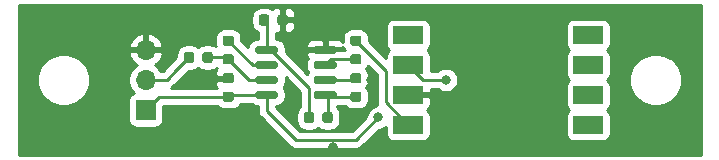
<source format=gbr>
%TF.GenerationSoftware,KiCad,Pcbnew,(5.1.6)-1*%
%TF.CreationDate,2020-09-14T19:28:27+02:00*%
%TF.ProjectId,vacuumSensor,76616375-756d-4536-956e-736f722e6b69,rev?*%
%TF.SameCoordinates,Original*%
%TF.FileFunction,Copper,L1,Top*%
%TF.FilePolarity,Positive*%
%FSLAX46Y46*%
G04 Gerber Fmt 4.6, Leading zero omitted, Abs format (unit mm)*
G04 Created by KiCad (PCBNEW (5.1.6)-1) date 2020-09-14 19:28:27*
%MOMM*%
%LPD*%
G01*
G04 APERTURE LIST*
%TA.AperFunction,ComponentPad*%
%ADD10O,1.700000X1.700000*%
%TD*%
%TA.AperFunction,ComponentPad*%
%ADD11R,1.700000X1.700000*%
%TD*%
%TA.AperFunction,SMDPad,CuDef*%
%ADD12R,2.500000X1.500000*%
%TD*%
%TA.AperFunction,ViaPad*%
%ADD13C,0.800000*%
%TD*%
%TA.AperFunction,Conductor*%
%ADD14C,0.250000*%
%TD*%
%TA.AperFunction,Conductor*%
%ADD15C,0.254000*%
%TD*%
G04 APERTURE END LIST*
D10*
%TO.P,J1,3*%
%TO.N,GND*%
X109220000Y-93980000D03*
%TO.P,J1,2*%
%TO.N,/out*%
X109220000Y-96520000D03*
D11*
%TO.P,J1,1*%
%TO.N,VCC*%
X109220000Y-99060000D03*
%TD*%
%TO.P,U2,8*%
%TO.N,VCC*%
%TA.AperFunction,SMDPad,CuDef*%
G36*
G01*
X120420000Y-97640000D02*
X120420000Y-97940000D01*
G75*
G02*
X120270000Y-98090000I-150000J0D01*
G01*
X118620000Y-98090000D01*
G75*
G02*
X118470000Y-97940000I0J150000D01*
G01*
X118470000Y-97640000D01*
G75*
G02*
X118620000Y-97490000I150000J0D01*
G01*
X120270000Y-97490000D01*
G75*
G02*
X120420000Y-97640000I0J-150000D01*
G01*
G37*
%TD.AperFunction*%
%TO.P,U2,7*%
%TO.N,Net-(R5-Pad1)*%
%TA.AperFunction,SMDPad,CuDef*%
G36*
G01*
X120420000Y-96370000D02*
X120420000Y-96670000D01*
G75*
G02*
X120270000Y-96820000I-150000J0D01*
G01*
X118620000Y-96820000D01*
G75*
G02*
X118470000Y-96670000I0J150000D01*
G01*
X118470000Y-96370000D01*
G75*
G02*
X118620000Y-96220000I150000J0D01*
G01*
X120270000Y-96220000D01*
G75*
G02*
X120420000Y-96370000I0J-150000D01*
G01*
G37*
%TD.AperFunction*%
%TO.P,U2,6*%
%TO.N,Net-(R5-Pad2)*%
%TA.AperFunction,SMDPad,CuDef*%
G36*
G01*
X120420000Y-95100000D02*
X120420000Y-95400000D01*
G75*
G02*
X120270000Y-95550000I-150000J0D01*
G01*
X118620000Y-95550000D01*
G75*
G02*
X118470000Y-95400000I0J150000D01*
G01*
X118470000Y-95100000D01*
G75*
G02*
X118620000Y-94950000I150000J0D01*
G01*
X120270000Y-94950000D01*
G75*
G02*
X120420000Y-95100000I0J-150000D01*
G01*
G37*
%TD.AperFunction*%
%TO.P,U2,5*%
%TO.N,Net-(R3-Pad2)*%
%TA.AperFunction,SMDPad,CuDef*%
G36*
G01*
X120420000Y-93830000D02*
X120420000Y-94130000D01*
G75*
G02*
X120270000Y-94280000I-150000J0D01*
G01*
X118620000Y-94280000D01*
G75*
G02*
X118470000Y-94130000I0J150000D01*
G01*
X118470000Y-93830000D01*
G75*
G02*
X118620000Y-93680000I150000J0D01*
G01*
X120270000Y-93680000D01*
G75*
G02*
X120420000Y-93830000I0J-150000D01*
G01*
G37*
%TD.AperFunction*%
%TO.P,U2,4*%
%TO.N,GND*%
%TA.AperFunction,SMDPad,CuDef*%
G36*
G01*
X125370000Y-93830000D02*
X125370000Y-94130000D01*
G75*
G02*
X125220000Y-94280000I-150000J0D01*
G01*
X123570000Y-94280000D01*
G75*
G02*
X123420000Y-94130000I0J150000D01*
G01*
X123420000Y-93830000D01*
G75*
G02*
X123570000Y-93680000I150000J0D01*
G01*
X125220000Y-93680000D01*
G75*
G02*
X125370000Y-93830000I0J-150000D01*
G01*
G37*
%TD.AperFunction*%
%TO.P,U2,3*%
%TO.N,Net-(R1-Pad1)*%
%TA.AperFunction,SMDPad,CuDef*%
G36*
G01*
X125370000Y-95100000D02*
X125370000Y-95400000D01*
G75*
G02*
X125220000Y-95550000I-150000J0D01*
G01*
X123570000Y-95550000D01*
G75*
G02*
X123420000Y-95400000I0J150000D01*
G01*
X123420000Y-95100000D01*
G75*
G02*
X123570000Y-94950000I150000J0D01*
G01*
X125220000Y-94950000D01*
G75*
G02*
X125370000Y-95100000I0J-150000D01*
G01*
G37*
%TD.AperFunction*%
%TO.P,U2,2*%
%TO.N,Net-(R2-Pad2)*%
%TA.AperFunction,SMDPad,CuDef*%
G36*
G01*
X125370000Y-96370000D02*
X125370000Y-96670000D01*
G75*
G02*
X125220000Y-96820000I-150000J0D01*
G01*
X123570000Y-96820000D01*
G75*
G02*
X123420000Y-96670000I0J150000D01*
G01*
X123420000Y-96370000D01*
G75*
G02*
X123570000Y-96220000I150000J0D01*
G01*
X125220000Y-96220000D01*
G75*
G02*
X125370000Y-96370000I0J-150000D01*
G01*
G37*
%TD.AperFunction*%
%TO.P,U2,1*%
%TO.N,Net-(R2-Pad1)*%
%TA.AperFunction,SMDPad,CuDef*%
G36*
G01*
X125370000Y-97640000D02*
X125370000Y-97940000D01*
G75*
G02*
X125220000Y-98090000I-150000J0D01*
G01*
X123570000Y-98090000D01*
G75*
G02*
X123420000Y-97940000I0J150000D01*
G01*
X123420000Y-97640000D01*
G75*
G02*
X123570000Y-97490000I150000J0D01*
G01*
X125220000Y-97490000D01*
G75*
G02*
X125370000Y-97640000I0J-150000D01*
G01*
G37*
%TD.AperFunction*%
%TD*%
%TO.P,R6,2*%
%TO.N,/out*%
%TA.AperFunction,SMDPad,CuDef*%
G36*
G01*
X113315000Y-94358750D02*
X113315000Y-94871250D01*
G75*
G02*
X113096250Y-95090000I-218750J0D01*
G01*
X112658750Y-95090000D01*
G75*
G02*
X112440000Y-94871250I0J218750D01*
G01*
X112440000Y-94358750D01*
G75*
G02*
X112658750Y-94140000I218750J0D01*
G01*
X113096250Y-94140000D01*
G75*
G02*
X113315000Y-94358750I0J-218750D01*
G01*
G37*
%TD.AperFunction*%
%TO.P,R6,1*%
%TO.N,Net-(R5-Pad1)*%
%TA.AperFunction,SMDPad,CuDef*%
G36*
G01*
X114890000Y-94358750D02*
X114890000Y-94871250D01*
G75*
G02*
X114671250Y-95090000I-218750J0D01*
G01*
X114233750Y-95090000D01*
G75*
G02*
X114015000Y-94871250I0J218750D01*
G01*
X114015000Y-94358750D01*
G75*
G02*
X114233750Y-94140000I218750J0D01*
G01*
X114671250Y-94140000D01*
G75*
G02*
X114890000Y-94358750I0J-218750D01*
G01*
G37*
%TD.AperFunction*%
%TD*%
%TO.P,R5,2*%
%TO.N,Net-(R5-Pad2)*%
%TA.AperFunction,SMDPad,CuDef*%
G36*
G01*
X116461250Y-93630000D02*
X115948750Y-93630000D01*
G75*
G02*
X115730000Y-93411250I0J218750D01*
G01*
X115730000Y-92973750D01*
G75*
G02*
X115948750Y-92755000I218750J0D01*
G01*
X116461250Y-92755000D01*
G75*
G02*
X116680000Y-92973750I0J-218750D01*
G01*
X116680000Y-93411250D01*
G75*
G02*
X116461250Y-93630000I-218750J0D01*
G01*
G37*
%TD.AperFunction*%
%TO.P,R5,1*%
%TO.N,Net-(R5-Pad1)*%
%TA.AperFunction,SMDPad,CuDef*%
G36*
G01*
X116461250Y-95205000D02*
X115948750Y-95205000D01*
G75*
G02*
X115730000Y-94986250I0J218750D01*
G01*
X115730000Y-94548750D01*
G75*
G02*
X115948750Y-94330000I218750J0D01*
G01*
X116461250Y-94330000D01*
G75*
G02*
X116680000Y-94548750I0J-218750D01*
G01*
X116680000Y-94986250D01*
G75*
G02*
X116461250Y-95205000I-218750J0D01*
G01*
G37*
%TD.AperFunction*%
%TD*%
%TO.P,R4,2*%
%TO.N,GND*%
%TA.AperFunction,SMDPad,CuDef*%
G36*
G01*
X120365000Y-91696250D02*
X120365000Y-91183750D01*
G75*
G02*
X120583750Y-90965000I218750J0D01*
G01*
X121021250Y-90965000D01*
G75*
G02*
X121240000Y-91183750I0J-218750D01*
G01*
X121240000Y-91696250D01*
G75*
G02*
X121021250Y-91915000I-218750J0D01*
G01*
X120583750Y-91915000D01*
G75*
G02*
X120365000Y-91696250I0J218750D01*
G01*
G37*
%TD.AperFunction*%
%TO.P,R4,1*%
%TO.N,Net-(R3-Pad2)*%
%TA.AperFunction,SMDPad,CuDef*%
G36*
G01*
X118790000Y-91696250D02*
X118790000Y-91183750D01*
G75*
G02*
X119008750Y-90965000I218750J0D01*
G01*
X119446250Y-90965000D01*
G75*
G02*
X119665000Y-91183750I0J-218750D01*
G01*
X119665000Y-91696250D01*
G75*
G02*
X119446250Y-91915000I-218750J0D01*
G01*
X119008750Y-91915000D01*
G75*
G02*
X118790000Y-91696250I0J218750D01*
G01*
G37*
%TD.AperFunction*%
%TD*%
%TO.P,R3,2*%
%TO.N,Net-(R3-Pad2)*%
%TA.AperFunction,SMDPad,CuDef*%
G36*
G01*
X123475000Y-99438750D02*
X123475000Y-99951250D01*
G75*
G02*
X123256250Y-100170000I-218750J0D01*
G01*
X122818750Y-100170000D01*
G75*
G02*
X122600000Y-99951250I0J218750D01*
G01*
X122600000Y-99438750D01*
G75*
G02*
X122818750Y-99220000I218750J0D01*
G01*
X123256250Y-99220000D01*
G75*
G02*
X123475000Y-99438750I0J-218750D01*
G01*
G37*
%TD.AperFunction*%
%TO.P,R3,1*%
%TO.N,Net-(R2-Pad1)*%
%TA.AperFunction,SMDPad,CuDef*%
G36*
G01*
X125050000Y-99438750D02*
X125050000Y-99951250D01*
G75*
G02*
X124831250Y-100170000I-218750J0D01*
G01*
X124393750Y-100170000D01*
G75*
G02*
X124175000Y-99951250I0J218750D01*
G01*
X124175000Y-99438750D01*
G75*
G02*
X124393750Y-99220000I218750J0D01*
G01*
X124831250Y-99220000D01*
G75*
G02*
X125050000Y-99438750I0J-218750D01*
G01*
G37*
%TD.AperFunction*%
%TD*%
%TO.P,R2,2*%
%TO.N,Net-(R2-Pad2)*%
%TA.AperFunction,SMDPad,CuDef*%
G36*
G01*
X127256250Y-96805000D02*
X126743750Y-96805000D01*
G75*
G02*
X126525000Y-96586250I0J218750D01*
G01*
X126525000Y-96148750D01*
G75*
G02*
X126743750Y-95930000I218750J0D01*
G01*
X127256250Y-95930000D01*
G75*
G02*
X127475000Y-96148750I0J-218750D01*
G01*
X127475000Y-96586250D01*
G75*
G02*
X127256250Y-96805000I-218750J0D01*
G01*
G37*
%TD.AperFunction*%
%TO.P,R2,1*%
%TO.N,Net-(R2-Pad1)*%
%TA.AperFunction,SMDPad,CuDef*%
G36*
G01*
X127256250Y-98380000D02*
X126743750Y-98380000D01*
G75*
G02*
X126525000Y-98161250I0J218750D01*
G01*
X126525000Y-97723750D01*
G75*
G02*
X126743750Y-97505000I218750J0D01*
G01*
X127256250Y-97505000D01*
G75*
G02*
X127475000Y-97723750I0J-218750D01*
G01*
X127475000Y-98161250D01*
G75*
G02*
X127256250Y-98380000I-218750J0D01*
G01*
G37*
%TD.AperFunction*%
%TD*%
%TO.P,R1,2*%
%TO.N,Net-(R1-Pad2)*%
%TA.AperFunction,SMDPad,CuDef*%
G36*
G01*
X127256250Y-93630000D02*
X126743750Y-93630000D01*
G75*
G02*
X126525000Y-93411250I0J218750D01*
G01*
X126525000Y-92973750D01*
G75*
G02*
X126743750Y-92755000I218750J0D01*
G01*
X127256250Y-92755000D01*
G75*
G02*
X127475000Y-92973750I0J-218750D01*
G01*
X127475000Y-93411250D01*
G75*
G02*
X127256250Y-93630000I-218750J0D01*
G01*
G37*
%TD.AperFunction*%
%TO.P,R1,1*%
%TO.N,Net-(R1-Pad1)*%
%TA.AperFunction,SMDPad,CuDef*%
G36*
G01*
X127256250Y-95205000D02*
X126743750Y-95205000D01*
G75*
G02*
X126525000Y-94986250I0J218750D01*
G01*
X126525000Y-94548750D01*
G75*
G02*
X126743750Y-94330000I218750J0D01*
G01*
X127256250Y-94330000D01*
G75*
G02*
X127475000Y-94548750I0J-218750D01*
G01*
X127475000Y-94986250D01*
G75*
G02*
X127256250Y-95205000I-218750J0D01*
G01*
G37*
%TD.AperFunction*%
%TD*%
%TO.P,C1,2*%
%TO.N,GND*%
%TA.AperFunction,SMDPad,CuDef*%
G36*
G01*
X116461250Y-96805000D02*
X115948750Y-96805000D01*
G75*
G02*
X115730000Y-96586250I0J218750D01*
G01*
X115730000Y-96148750D01*
G75*
G02*
X115948750Y-95930000I218750J0D01*
G01*
X116461250Y-95930000D01*
G75*
G02*
X116680000Y-96148750I0J-218750D01*
G01*
X116680000Y-96586250D01*
G75*
G02*
X116461250Y-96805000I-218750J0D01*
G01*
G37*
%TD.AperFunction*%
%TO.P,C1,1*%
%TO.N,VCC*%
%TA.AperFunction,SMDPad,CuDef*%
G36*
G01*
X116461250Y-98380000D02*
X115948750Y-98380000D01*
G75*
G02*
X115730000Y-98161250I0J218750D01*
G01*
X115730000Y-97723750D01*
G75*
G02*
X115948750Y-97505000I218750J0D01*
G01*
X116461250Y-97505000D01*
G75*
G02*
X116680000Y-97723750I0J-218750D01*
G01*
X116680000Y-98161250D01*
G75*
G02*
X116461250Y-98380000I-218750J0D01*
G01*
G37*
%TD.AperFunction*%
%TD*%
D12*
%TO.P,U1,8*%
%TO.N,N/C*%
X146685000Y-92710000D03*
%TO.P,U1,7*%
X146685000Y-95250000D03*
%TO.P,U1,6*%
X146685000Y-97790000D03*
%TO.P,U1,5*%
X146685000Y-100330000D03*
%TO.P,U1,4*%
%TO.N,Net-(R1-Pad2)*%
X131445000Y-100330000D03*
%TO.P,U1,3*%
%TO.N,GND*%
X131445000Y-97790000D03*
%TO.P,U1,2*%
%TO.N,VCC*%
X131445000Y-95250000D03*
%TO.P,U1,1*%
%TO.N,N/C*%
X131445000Y-92735400D03*
%TD*%
D13*
%TO.N,GND*%
X99695000Y-90805000D03*
X99695000Y-102235000D03*
X155575000Y-90805000D03*
X155575000Y-102235000D03*
X113030000Y-102235000D03*
X113030000Y-90805000D03*
X139065000Y-90805000D03*
X139700000Y-102235000D03*
X125095000Y-102235000D03*
X125095000Y-90805000D03*
X114300000Y-96520000D03*
X128270000Y-96520000D03*
X126365000Y-99695000D03*
X121285000Y-98425000D03*
X121920000Y-93980000D03*
X133985000Y-97790000D03*
X122555000Y-91440000D03*
%TO.N,VCC*%
X128905000Y-99695000D03*
X134620000Y-96520000D03*
%TD*%
D14*
%TO.N,VCC*%
X116357500Y-97790000D02*
X116205000Y-97942500D01*
X119445000Y-97790000D02*
X116357500Y-97790000D01*
X119445000Y-97790000D02*
X119445000Y-99125000D01*
X119445000Y-99125000D02*
X121920000Y-101600000D01*
X121920000Y-101600000D02*
X127000000Y-101600000D01*
X127000000Y-101600000D02*
X128905000Y-99695000D01*
X132715000Y-96520000D02*
X131445000Y-95250000D01*
X134620000Y-96520000D02*
X132715000Y-96520000D01*
X110337500Y-97942500D02*
X109220000Y-99060000D01*
X116205000Y-97942500D02*
X110337500Y-97942500D01*
%TO.N,Net-(R1-Pad2)*%
X129540000Y-95732500D02*
X127000000Y-93192500D01*
X131445000Y-100330000D02*
X129540000Y-98425000D01*
X129540000Y-98425000D02*
X129540000Y-95732500D01*
%TO.N,Net-(R1-Pad1)*%
X124877500Y-94767500D02*
X124395000Y-95250000D01*
X127000000Y-94767500D02*
X124877500Y-94767500D01*
%TO.N,Net-(R2-Pad2)*%
X126847500Y-96520000D02*
X127000000Y-96367500D01*
X124395000Y-96520000D02*
X126847500Y-96520000D01*
%TO.N,Net-(R2-Pad1)*%
X124547500Y-97942500D02*
X124395000Y-97790000D01*
X127000000Y-97942500D02*
X124547500Y-97942500D01*
X124612500Y-98007500D02*
X124395000Y-97790000D01*
X124612500Y-99695000D02*
X124612500Y-98007500D01*
%TO.N,Net-(R3-Pad2)*%
X119821768Y-93980000D02*
X119445000Y-93980000D01*
X123037500Y-97195732D02*
X119821768Y-93980000D01*
X123037500Y-99695000D02*
X123037500Y-97195732D01*
X119445000Y-91657500D02*
X119227500Y-91440000D01*
X119445000Y-93980000D02*
X119445000Y-91657500D01*
%TO.N,Net-(R5-Pad2)*%
X118262500Y-95250000D02*
X116205000Y-93192500D01*
X119445000Y-95250000D02*
X118262500Y-95250000D01*
%TO.N,Net-(R5-Pad1)*%
X116052500Y-94615000D02*
X116205000Y-94767500D01*
X114452500Y-94615000D02*
X116052500Y-94615000D01*
X117957500Y-96520000D02*
X119445000Y-96520000D01*
X116205000Y-94767500D02*
X117957500Y-96520000D01*
%TO.N,/out*%
X111607500Y-95885000D02*
X112877500Y-94615000D01*
X110972500Y-96520000D02*
X112877500Y-94615000D01*
X109220000Y-96520000D02*
X110972500Y-96520000D01*
%TD*%
D15*
%TO.N,GND*%
G36*
X156185001Y-102845000D02*
G01*
X98450000Y-102845000D01*
X98450000Y-96299872D01*
X100000000Y-96299872D01*
X100000000Y-96740128D01*
X100085890Y-97171925D01*
X100254369Y-97578669D01*
X100498962Y-97944729D01*
X100810271Y-98256038D01*
X101176331Y-98500631D01*
X101583075Y-98669110D01*
X102014872Y-98755000D01*
X102455128Y-98755000D01*
X102886925Y-98669110D01*
X103293669Y-98500631D01*
X103659729Y-98256038D01*
X103705767Y-98210000D01*
X107731928Y-98210000D01*
X107731928Y-99910000D01*
X107744188Y-100034482D01*
X107780498Y-100154180D01*
X107839463Y-100264494D01*
X107918815Y-100361185D01*
X108015506Y-100440537D01*
X108125820Y-100499502D01*
X108245518Y-100535812D01*
X108370000Y-100548072D01*
X110070000Y-100548072D01*
X110194482Y-100535812D01*
X110314180Y-100499502D01*
X110424494Y-100440537D01*
X110521185Y-100361185D01*
X110600537Y-100264494D01*
X110659502Y-100154180D01*
X110695812Y-100034482D01*
X110708072Y-99910000D01*
X110708072Y-98702500D01*
X115289857Y-98702500D01*
X115342885Y-98767115D01*
X115472725Y-98873671D01*
X115620858Y-98952850D01*
X115781592Y-99001608D01*
X115948750Y-99018072D01*
X116461250Y-99018072D01*
X116628408Y-99001608D01*
X116789142Y-98952850D01*
X116937275Y-98873671D01*
X117067115Y-98767115D01*
X117173671Y-98637275D01*
X117220321Y-98550000D01*
X118127024Y-98550000D01*
X118182171Y-98595258D01*
X118318418Y-98668084D01*
X118466255Y-98712929D01*
X118620000Y-98728072D01*
X118685001Y-98728072D01*
X118685001Y-99087668D01*
X118681324Y-99125000D01*
X118695998Y-99273985D01*
X118739454Y-99417246D01*
X118810026Y-99549276D01*
X118871186Y-99623799D01*
X118905000Y-99665001D01*
X118933998Y-99688799D01*
X121356201Y-102111003D01*
X121379999Y-102140001D01*
X121408997Y-102163799D01*
X121495724Y-102234974D01*
X121627753Y-102305546D01*
X121771014Y-102349003D01*
X121920000Y-102363677D01*
X121957333Y-102360000D01*
X126962678Y-102360000D01*
X127000000Y-102363676D01*
X127037322Y-102360000D01*
X127037333Y-102360000D01*
X127148986Y-102349003D01*
X127292247Y-102305546D01*
X127424276Y-102234974D01*
X127540001Y-102140001D01*
X127563804Y-102110997D01*
X128944802Y-100730000D01*
X129006939Y-100730000D01*
X129206898Y-100690226D01*
X129395256Y-100612205D01*
X129556928Y-100504180D01*
X129556928Y-101080000D01*
X129569188Y-101204482D01*
X129605498Y-101324180D01*
X129664463Y-101434494D01*
X129743815Y-101531185D01*
X129840506Y-101610537D01*
X129950820Y-101669502D01*
X130070518Y-101705812D01*
X130195000Y-101718072D01*
X132695000Y-101718072D01*
X132819482Y-101705812D01*
X132939180Y-101669502D01*
X133049494Y-101610537D01*
X133146185Y-101531185D01*
X133225537Y-101434494D01*
X133284502Y-101324180D01*
X133320812Y-101204482D01*
X133333072Y-101080000D01*
X133333072Y-99580000D01*
X133320812Y-99455518D01*
X133284502Y-99335820D01*
X133225537Y-99225506D01*
X133146185Y-99128815D01*
X133062333Y-99060000D01*
X133146185Y-98991185D01*
X133225537Y-98894494D01*
X133284502Y-98784180D01*
X133320812Y-98664482D01*
X133333072Y-98540000D01*
X133330000Y-98075750D01*
X133171250Y-97917000D01*
X131572000Y-97917000D01*
X131572000Y-97937000D01*
X131318000Y-97937000D01*
X131318000Y-97917000D01*
X131298000Y-97917000D01*
X131298000Y-97663000D01*
X131318000Y-97663000D01*
X131318000Y-97643000D01*
X131572000Y-97643000D01*
X131572000Y-97663000D01*
X133171250Y-97663000D01*
X133330000Y-97504250D01*
X133331484Y-97280000D01*
X133916289Y-97280000D01*
X133960226Y-97323937D01*
X134129744Y-97437205D01*
X134318102Y-97515226D01*
X134518061Y-97555000D01*
X134721939Y-97555000D01*
X134921898Y-97515226D01*
X135110256Y-97437205D01*
X135279774Y-97323937D01*
X135423937Y-97179774D01*
X135537205Y-97010256D01*
X135615226Y-96821898D01*
X135655000Y-96621939D01*
X135655000Y-96418061D01*
X135615226Y-96218102D01*
X135537205Y-96029744D01*
X135423937Y-95860226D01*
X135279774Y-95716063D01*
X135110256Y-95602795D01*
X134921898Y-95524774D01*
X134721939Y-95485000D01*
X134518061Y-95485000D01*
X134318102Y-95524774D01*
X134129744Y-95602795D01*
X133960226Y-95716063D01*
X133916289Y-95760000D01*
X133333072Y-95760000D01*
X133333072Y-94500000D01*
X133320812Y-94375518D01*
X133284502Y-94255820D01*
X133225537Y-94145506D01*
X133146185Y-94048815D01*
X133077808Y-93992700D01*
X133146185Y-93936585D01*
X133225537Y-93839894D01*
X133284502Y-93729580D01*
X133320812Y-93609882D01*
X133333072Y-93485400D01*
X133333072Y-91985400D01*
X133330571Y-91960000D01*
X144796928Y-91960000D01*
X144796928Y-93460000D01*
X144809188Y-93584482D01*
X144845498Y-93704180D01*
X144904463Y-93814494D01*
X144983815Y-93911185D01*
X145067667Y-93980000D01*
X144983815Y-94048815D01*
X144904463Y-94145506D01*
X144845498Y-94255820D01*
X144809188Y-94375518D01*
X144796928Y-94500000D01*
X144796928Y-96000000D01*
X144809188Y-96124482D01*
X144845498Y-96244180D01*
X144904463Y-96354494D01*
X144983815Y-96451185D01*
X145067667Y-96520000D01*
X144983815Y-96588815D01*
X144904463Y-96685506D01*
X144845498Y-96795820D01*
X144809188Y-96915518D01*
X144796928Y-97040000D01*
X144796928Y-98540000D01*
X144809188Y-98664482D01*
X144845498Y-98784180D01*
X144904463Y-98894494D01*
X144983815Y-98991185D01*
X145067667Y-99060000D01*
X144983815Y-99128815D01*
X144904463Y-99225506D01*
X144845498Y-99335820D01*
X144809188Y-99455518D01*
X144796928Y-99580000D01*
X144796928Y-101080000D01*
X144809188Y-101204482D01*
X144845498Y-101324180D01*
X144904463Y-101434494D01*
X144983815Y-101531185D01*
X145080506Y-101610537D01*
X145190820Y-101669502D01*
X145310518Y-101705812D01*
X145435000Y-101718072D01*
X147935000Y-101718072D01*
X148059482Y-101705812D01*
X148179180Y-101669502D01*
X148289494Y-101610537D01*
X148386185Y-101531185D01*
X148465537Y-101434494D01*
X148524502Y-101324180D01*
X148560812Y-101204482D01*
X148573072Y-101080000D01*
X148573072Y-99580000D01*
X148560812Y-99455518D01*
X148524502Y-99335820D01*
X148465537Y-99225506D01*
X148386185Y-99128815D01*
X148302333Y-99060000D01*
X148386185Y-98991185D01*
X148465537Y-98894494D01*
X148524502Y-98784180D01*
X148560812Y-98664482D01*
X148573072Y-98540000D01*
X148573072Y-97040000D01*
X148560812Y-96915518D01*
X148524502Y-96795820D01*
X148465537Y-96685506D01*
X148386185Y-96588815D01*
X148302333Y-96520000D01*
X148386185Y-96451185D01*
X148465537Y-96354494D01*
X148494733Y-96299872D01*
X150165000Y-96299872D01*
X150165000Y-96740128D01*
X150250890Y-97171925D01*
X150419369Y-97578669D01*
X150663962Y-97944729D01*
X150975271Y-98256038D01*
X151341331Y-98500631D01*
X151748075Y-98669110D01*
X152179872Y-98755000D01*
X152620128Y-98755000D01*
X153051925Y-98669110D01*
X153458669Y-98500631D01*
X153824729Y-98256038D01*
X154136038Y-97944729D01*
X154380631Y-97578669D01*
X154549110Y-97171925D01*
X154635000Y-96740128D01*
X154635000Y-96299872D01*
X154549110Y-95868075D01*
X154380631Y-95461331D01*
X154136038Y-95095271D01*
X153824729Y-94783962D01*
X153458669Y-94539369D01*
X153051925Y-94370890D01*
X152620128Y-94285000D01*
X152179872Y-94285000D01*
X151748075Y-94370890D01*
X151341331Y-94539369D01*
X150975271Y-94783962D01*
X150663962Y-95095271D01*
X150419369Y-95461331D01*
X150250890Y-95868075D01*
X150165000Y-96299872D01*
X148494733Y-96299872D01*
X148524502Y-96244180D01*
X148560812Y-96124482D01*
X148573072Y-96000000D01*
X148573072Y-94500000D01*
X148560812Y-94375518D01*
X148524502Y-94255820D01*
X148465537Y-94145506D01*
X148386185Y-94048815D01*
X148302333Y-93980000D01*
X148386185Y-93911185D01*
X148465537Y-93814494D01*
X148524502Y-93704180D01*
X148560812Y-93584482D01*
X148573072Y-93460000D01*
X148573072Y-91960000D01*
X148560812Y-91835518D01*
X148524502Y-91715820D01*
X148465537Y-91605506D01*
X148386185Y-91508815D01*
X148289494Y-91429463D01*
X148179180Y-91370498D01*
X148059482Y-91334188D01*
X147935000Y-91321928D01*
X145435000Y-91321928D01*
X145310518Y-91334188D01*
X145190820Y-91370498D01*
X145080506Y-91429463D01*
X144983815Y-91508815D01*
X144904463Y-91605506D01*
X144845498Y-91715820D01*
X144809188Y-91835518D01*
X144796928Y-91960000D01*
X133330571Y-91960000D01*
X133320812Y-91860918D01*
X133284502Y-91741220D01*
X133225537Y-91630906D01*
X133146185Y-91534215D01*
X133049494Y-91454863D01*
X132939180Y-91395898D01*
X132819482Y-91359588D01*
X132695000Y-91347328D01*
X130195000Y-91347328D01*
X130070518Y-91359588D01*
X129950820Y-91395898D01*
X129840506Y-91454863D01*
X129743815Y-91534215D01*
X129664463Y-91630906D01*
X129605498Y-91741220D01*
X129569188Y-91860918D01*
X129556928Y-91985400D01*
X129556928Y-93485400D01*
X129569188Y-93609882D01*
X129605498Y-93729580D01*
X129664463Y-93839894D01*
X129743815Y-93936585D01*
X129812192Y-93992700D01*
X129743815Y-94048815D01*
X129664463Y-94145506D01*
X129605498Y-94255820D01*
X129569188Y-94375518D01*
X129556928Y-94500000D01*
X129556928Y-94674625D01*
X128113072Y-93230771D01*
X128113072Y-92973750D01*
X128096608Y-92806592D01*
X128047850Y-92645858D01*
X127968671Y-92497725D01*
X127862115Y-92367885D01*
X127732275Y-92261329D01*
X127584142Y-92182150D01*
X127423408Y-92133392D01*
X127256250Y-92116928D01*
X126743750Y-92116928D01*
X126576592Y-92133392D01*
X126415858Y-92182150D01*
X126267725Y-92261329D01*
X126137885Y-92367885D01*
X126031329Y-92497725D01*
X125952150Y-92645858D01*
X125903392Y-92806592D01*
X125886928Y-92973750D01*
X125886928Y-93308923D01*
X125821185Y-93228815D01*
X125724494Y-93149463D01*
X125614180Y-93090498D01*
X125494482Y-93054188D01*
X125370000Y-93041928D01*
X124680750Y-93045000D01*
X124522000Y-93203750D01*
X124522000Y-93853000D01*
X125846250Y-93853000D01*
X125954922Y-93744328D01*
X126031329Y-93887275D01*
X126107426Y-93980000D01*
X126084857Y-94007500D01*
X124914822Y-94007500D01*
X124877499Y-94003824D01*
X124840176Y-94007500D01*
X124840167Y-94007500D01*
X124728514Y-94018497D01*
X124620702Y-94051201D01*
X124585253Y-94061954D01*
X124463561Y-94127000D01*
X124268000Y-94127000D01*
X124268000Y-94107000D01*
X122943750Y-94107000D01*
X122785000Y-94265750D01*
X122781928Y-94280000D01*
X122794188Y-94404482D01*
X122830498Y-94524180D01*
X122889463Y-94634494D01*
X122913730Y-94664064D01*
X122841916Y-94798418D01*
X122797071Y-94946255D01*
X122781928Y-95100000D01*
X122781928Y-95400000D01*
X122797071Y-95553745D01*
X122841916Y-95701582D01*
X122914742Y-95837829D01*
X122953454Y-95885000D01*
X122914742Y-95932171D01*
X122891752Y-95975182D01*
X121057041Y-94140471D01*
X121058072Y-94130000D01*
X121058072Y-93830000D01*
X121043298Y-93680000D01*
X122781928Y-93680000D01*
X122785000Y-93694250D01*
X122943750Y-93853000D01*
X124268000Y-93853000D01*
X124268000Y-93203750D01*
X124109250Y-93045000D01*
X123420000Y-93041928D01*
X123295518Y-93054188D01*
X123175820Y-93090498D01*
X123065506Y-93149463D01*
X122968815Y-93228815D01*
X122889463Y-93325506D01*
X122830498Y-93435820D01*
X122794188Y-93555518D01*
X122781928Y-93680000D01*
X121043298Y-93680000D01*
X121042929Y-93676255D01*
X120998084Y-93528418D01*
X120925258Y-93392171D01*
X120827251Y-93272749D01*
X120707829Y-93174742D01*
X120571582Y-93101916D01*
X120423745Y-93057071D01*
X120270000Y-93041928D01*
X120205000Y-93041928D01*
X120205000Y-92530038D01*
X120240518Y-92540812D01*
X120365000Y-92553072D01*
X120516750Y-92550000D01*
X120675500Y-92391250D01*
X120675500Y-91567000D01*
X120929500Y-91567000D01*
X120929500Y-92391250D01*
X121088250Y-92550000D01*
X121240000Y-92553072D01*
X121364482Y-92540812D01*
X121484180Y-92504502D01*
X121594494Y-92445537D01*
X121691185Y-92366185D01*
X121770537Y-92269494D01*
X121829502Y-92159180D01*
X121865812Y-92039482D01*
X121878072Y-91915000D01*
X121875000Y-91725750D01*
X121716250Y-91567000D01*
X120929500Y-91567000D01*
X120675500Y-91567000D01*
X120655500Y-91567000D01*
X120655500Y-91313000D01*
X120675500Y-91313000D01*
X120675500Y-90488750D01*
X120929500Y-90488750D01*
X120929500Y-91313000D01*
X121716250Y-91313000D01*
X121875000Y-91154250D01*
X121878072Y-90965000D01*
X121865812Y-90840518D01*
X121829502Y-90720820D01*
X121770537Y-90610506D01*
X121691185Y-90513815D01*
X121594494Y-90434463D01*
X121484180Y-90375498D01*
X121364482Y-90339188D01*
X121240000Y-90326928D01*
X121088250Y-90330000D01*
X120929500Y-90488750D01*
X120675500Y-90488750D01*
X120516750Y-90330000D01*
X120365000Y-90326928D01*
X120240518Y-90339188D01*
X120120820Y-90375498D01*
X120010506Y-90434463D01*
X119943930Y-90489100D01*
X119922275Y-90471329D01*
X119774142Y-90392150D01*
X119613408Y-90343392D01*
X119446250Y-90326928D01*
X119008750Y-90326928D01*
X118841592Y-90343392D01*
X118680858Y-90392150D01*
X118532725Y-90471329D01*
X118402885Y-90577885D01*
X118296329Y-90707725D01*
X118217150Y-90855858D01*
X118168392Y-91016592D01*
X118151928Y-91183750D01*
X118151928Y-91696250D01*
X118168392Y-91863408D01*
X118217150Y-92024142D01*
X118296329Y-92172275D01*
X118402885Y-92302115D01*
X118532725Y-92408671D01*
X118680858Y-92487850D01*
X118685001Y-92489107D01*
X118685000Y-93041928D01*
X118620000Y-93041928D01*
X118466255Y-93057071D01*
X118318418Y-93101916D01*
X118182171Y-93174742D01*
X118062749Y-93272749D01*
X117964742Y-93392171D01*
X117891916Y-93528418D01*
X117847071Y-93676255D01*
X117839583Y-93752281D01*
X117318072Y-93230770D01*
X117318072Y-92973750D01*
X117301608Y-92806592D01*
X117252850Y-92645858D01*
X117173671Y-92497725D01*
X117067115Y-92367885D01*
X116937275Y-92261329D01*
X116789142Y-92182150D01*
X116628408Y-92133392D01*
X116461250Y-92116928D01*
X115948750Y-92116928D01*
X115781592Y-92133392D01*
X115620858Y-92182150D01*
X115472725Y-92261329D01*
X115342885Y-92367885D01*
X115236329Y-92497725D01*
X115157150Y-92645858D01*
X115108392Y-92806592D01*
X115091928Y-92973750D01*
X115091928Y-93411250D01*
X115108392Y-93578408D01*
X115125458Y-93634668D01*
X114999142Y-93567150D01*
X114838408Y-93518392D01*
X114671250Y-93501928D01*
X114233750Y-93501928D01*
X114066592Y-93518392D01*
X113905858Y-93567150D01*
X113757725Y-93646329D01*
X113665000Y-93722426D01*
X113572275Y-93646329D01*
X113424142Y-93567150D01*
X113263408Y-93518392D01*
X113096250Y-93501928D01*
X112658750Y-93501928D01*
X112491592Y-93518392D01*
X112330858Y-93567150D01*
X112182725Y-93646329D01*
X112052885Y-93752885D01*
X111946329Y-93882725D01*
X111867150Y-94030858D01*
X111818392Y-94191592D01*
X111801928Y-94358750D01*
X111801928Y-94615770D01*
X110657699Y-95760000D01*
X110498178Y-95760000D01*
X110373475Y-95573368D01*
X110166632Y-95366525D01*
X109984466Y-95244805D01*
X110101355Y-95175178D01*
X110317588Y-94980269D01*
X110491641Y-94746920D01*
X110616825Y-94484099D01*
X110661476Y-94336890D01*
X110540155Y-94107000D01*
X109347000Y-94107000D01*
X109347000Y-94127000D01*
X109093000Y-94127000D01*
X109093000Y-94107000D01*
X107899845Y-94107000D01*
X107778524Y-94336890D01*
X107823175Y-94484099D01*
X107948359Y-94746920D01*
X108122412Y-94980269D01*
X108338645Y-95175178D01*
X108455534Y-95244805D01*
X108273368Y-95366525D01*
X108066525Y-95573368D01*
X107904010Y-95816589D01*
X107792068Y-96086842D01*
X107735000Y-96373740D01*
X107735000Y-96666260D01*
X107792068Y-96953158D01*
X107904010Y-97223411D01*
X108066525Y-97466632D01*
X108198380Y-97598487D01*
X108125820Y-97620498D01*
X108015506Y-97679463D01*
X107918815Y-97758815D01*
X107839463Y-97855506D01*
X107780498Y-97965820D01*
X107744188Y-98085518D01*
X107731928Y-98210000D01*
X103705767Y-98210000D01*
X103971038Y-97944729D01*
X104215631Y-97578669D01*
X104384110Y-97171925D01*
X104470000Y-96740128D01*
X104470000Y-96299872D01*
X104384110Y-95868075D01*
X104215631Y-95461331D01*
X103971038Y-95095271D01*
X103659729Y-94783962D01*
X103293669Y-94539369D01*
X102886925Y-94370890D01*
X102455128Y-94285000D01*
X102014872Y-94285000D01*
X101583075Y-94370890D01*
X101176331Y-94539369D01*
X100810271Y-94783962D01*
X100498962Y-95095271D01*
X100254369Y-95461331D01*
X100085890Y-95868075D01*
X100000000Y-96299872D01*
X98450000Y-96299872D01*
X98450000Y-93623110D01*
X107778524Y-93623110D01*
X107899845Y-93853000D01*
X109093000Y-93853000D01*
X109093000Y-92659186D01*
X109347000Y-92659186D01*
X109347000Y-93853000D01*
X110540155Y-93853000D01*
X110661476Y-93623110D01*
X110616825Y-93475901D01*
X110491641Y-93213080D01*
X110317588Y-92979731D01*
X110101355Y-92784822D01*
X109851252Y-92635843D01*
X109576891Y-92538519D01*
X109347000Y-92659186D01*
X109093000Y-92659186D01*
X108863109Y-92538519D01*
X108588748Y-92635843D01*
X108338645Y-92784822D01*
X108122412Y-92979731D01*
X107948359Y-93213080D01*
X107823175Y-93475901D01*
X107778524Y-93623110D01*
X98450000Y-93623110D01*
X98450000Y-90195000D01*
X156185000Y-90195000D01*
X156185001Y-102845000D01*
G37*
X156185001Y-102845000D02*
X98450000Y-102845000D01*
X98450000Y-96299872D01*
X100000000Y-96299872D01*
X100000000Y-96740128D01*
X100085890Y-97171925D01*
X100254369Y-97578669D01*
X100498962Y-97944729D01*
X100810271Y-98256038D01*
X101176331Y-98500631D01*
X101583075Y-98669110D01*
X102014872Y-98755000D01*
X102455128Y-98755000D01*
X102886925Y-98669110D01*
X103293669Y-98500631D01*
X103659729Y-98256038D01*
X103705767Y-98210000D01*
X107731928Y-98210000D01*
X107731928Y-99910000D01*
X107744188Y-100034482D01*
X107780498Y-100154180D01*
X107839463Y-100264494D01*
X107918815Y-100361185D01*
X108015506Y-100440537D01*
X108125820Y-100499502D01*
X108245518Y-100535812D01*
X108370000Y-100548072D01*
X110070000Y-100548072D01*
X110194482Y-100535812D01*
X110314180Y-100499502D01*
X110424494Y-100440537D01*
X110521185Y-100361185D01*
X110600537Y-100264494D01*
X110659502Y-100154180D01*
X110695812Y-100034482D01*
X110708072Y-99910000D01*
X110708072Y-98702500D01*
X115289857Y-98702500D01*
X115342885Y-98767115D01*
X115472725Y-98873671D01*
X115620858Y-98952850D01*
X115781592Y-99001608D01*
X115948750Y-99018072D01*
X116461250Y-99018072D01*
X116628408Y-99001608D01*
X116789142Y-98952850D01*
X116937275Y-98873671D01*
X117067115Y-98767115D01*
X117173671Y-98637275D01*
X117220321Y-98550000D01*
X118127024Y-98550000D01*
X118182171Y-98595258D01*
X118318418Y-98668084D01*
X118466255Y-98712929D01*
X118620000Y-98728072D01*
X118685001Y-98728072D01*
X118685001Y-99087668D01*
X118681324Y-99125000D01*
X118695998Y-99273985D01*
X118739454Y-99417246D01*
X118810026Y-99549276D01*
X118871186Y-99623799D01*
X118905000Y-99665001D01*
X118933998Y-99688799D01*
X121356201Y-102111003D01*
X121379999Y-102140001D01*
X121408997Y-102163799D01*
X121495724Y-102234974D01*
X121627753Y-102305546D01*
X121771014Y-102349003D01*
X121920000Y-102363677D01*
X121957333Y-102360000D01*
X126962678Y-102360000D01*
X127000000Y-102363676D01*
X127037322Y-102360000D01*
X127037333Y-102360000D01*
X127148986Y-102349003D01*
X127292247Y-102305546D01*
X127424276Y-102234974D01*
X127540001Y-102140001D01*
X127563804Y-102110997D01*
X128944802Y-100730000D01*
X129006939Y-100730000D01*
X129206898Y-100690226D01*
X129395256Y-100612205D01*
X129556928Y-100504180D01*
X129556928Y-101080000D01*
X129569188Y-101204482D01*
X129605498Y-101324180D01*
X129664463Y-101434494D01*
X129743815Y-101531185D01*
X129840506Y-101610537D01*
X129950820Y-101669502D01*
X130070518Y-101705812D01*
X130195000Y-101718072D01*
X132695000Y-101718072D01*
X132819482Y-101705812D01*
X132939180Y-101669502D01*
X133049494Y-101610537D01*
X133146185Y-101531185D01*
X133225537Y-101434494D01*
X133284502Y-101324180D01*
X133320812Y-101204482D01*
X133333072Y-101080000D01*
X133333072Y-99580000D01*
X133320812Y-99455518D01*
X133284502Y-99335820D01*
X133225537Y-99225506D01*
X133146185Y-99128815D01*
X133062333Y-99060000D01*
X133146185Y-98991185D01*
X133225537Y-98894494D01*
X133284502Y-98784180D01*
X133320812Y-98664482D01*
X133333072Y-98540000D01*
X133330000Y-98075750D01*
X133171250Y-97917000D01*
X131572000Y-97917000D01*
X131572000Y-97937000D01*
X131318000Y-97937000D01*
X131318000Y-97917000D01*
X131298000Y-97917000D01*
X131298000Y-97663000D01*
X131318000Y-97663000D01*
X131318000Y-97643000D01*
X131572000Y-97643000D01*
X131572000Y-97663000D01*
X133171250Y-97663000D01*
X133330000Y-97504250D01*
X133331484Y-97280000D01*
X133916289Y-97280000D01*
X133960226Y-97323937D01*
X134129744Y-97437205D01*
X134318102Y-97515226D01*
X134518061Y-97555000D01*
X134721939Y-97555000D01*
X134921898Y-97515226D01*
X135110256Y-97437205D01*
X135279774Y-97323937D01*
X135423937Y-97179774D01*
X135537205Y-97010256D01*
X135615226Y-96821898D01*
X135655000Y-96621939D01*
X135655000Y-96418061D01*
X135615226Y-96218102D01*
X135537205Y-96029744D01*
X135423937Y-95860226D01*
X135279774Y-95716063D01*
X135110256Y-95602795D01*
X134921898Y-95524774D01*
X134721939Y-95485000D01*
X134518061Y-95485000D01*
X134318102Y-95524774D01*
X134129744Y-95602795D01*
X133960226Y-95716063D01*
X133916289Y-95760000D01*
X133333072Y-95760000D01*
X133333072Y-94500000D01*
X133320812Y-94375518D01*
X133284502Y-94255820D01*
X133225537Y-94145506D01*
X133146185Y-94048815D01*
X133077808Y-93992700D01*
X133146185Y-93936585D01*
X133225537Y-93839894D01*
X133284502Y-93729580D01*
X133320812Y-93609882D01*
X133333072Y-93485400D01*
X133333072Y-91985400D01*
X133330571Y-91960000D01*
X144796928Y-91960000D01*
X144796928Y-93460000D01*
X144809188Y-93584482D01*
X144845498Y-93704180D01*
X144904463Y-93814494D01*
X144983815Y-93911185D01*
X145067667Y-93980000D01*
X144983815Y-94048815D01*
X144904463Y-94145506D01*
X144845498Y-94255820D01*
X144809188Y-94375518D01*
X144796928Y-94500000D01*
X144796928Y-96000000D01*
X144809188Y-96124482D01*
X144845498Y-96244180D01*
X144904463Y-96354494D01*
X144983815Y-96451185D01*
X145067667Y-96520000D01*
X144983815Y-96588815D01*
X144904463Y-96685506D01*
X144845498Y-96795820D01*
X144809188Y-96915518D01*
X144796928Y-97040000D01*
X144796928Y-98540000D01*
X144809188Y-98664482D01*
X144845498Y-98784180D01*
X144904463Y-98894494D01*
X144983815Y-98991185D01*
X145067667Y-99060000D01*
X144983815Y-99128815D01*
X144904463Y-99225506D01*
X144845498Y-99335820D01*
X144809188Y-99455518D01*
X144796928Y-99580000D01*
X144796928Y-101080000D01*
X144809188Y-101204482D01*
X144845498Y-101324180D01*
X144904463Y-101434494D01*
X144983815Y-101531185D01*
X145080506Y-101610537D01*
X145190820Y-101669502D01*
X145310518Y-101705812D01*
X145435000Y-101718072D01*
X147935000Y-101718072D01*
X148059482Y-101705812D01*
X148179180Y-101669502D01*
X148289494Y-101610537D01*
X148386185Y-101531185D01*
X148465537Y-101434494D01*
X148524502Y-101324180D01*
X148560812Y-101204482D01*
X148573072Y-101080000D01*
X148573072Y-99580000D01*
X148560812Y-99455518D01*
X148524502Y-99335820D01*
X148465537Y-99225506D01*
X148386185Y-99128815D01*
X148302333Y-99060000D01*
X148386185Y-98991185D01*
X148465537Y-98894494D01*
X148524502Y-98784180D01*
X148560812Y-98664482D01*
X148573072Y-98540000D01*
X148573072Y-97040000D01*
X148560812Y-96915518D01*
X148524502Y-96795820D01*
X148465537Y-96685506D01*
X148386185Y-96588815D01*
X148302333Y-96520000D01*
X148386185Y-96451185D01*
X148465537Y-96354494D01*
X148494733Y-96299872D01*
X150165000Y-96299872D01*
X150165000Y-96740128D01*
X150250890Y-97171925D01*
X150419369Y-97578669D01*
X150663962Y-97944729D01*
X150975271Y-98256038D01*
X151341331Y-98500631D01*
X151748075Y-98669110D01*
X152179872Y-98755000D01*
X152620128Y-98755000D01*
X153051925Y-98669110D01*
X153458669Y-98500631D01*
X153824729Y-98256038D01*
X154136038Y-97944729D01*
X154380631Y-97578669D01*
X154549110Y-97171925D01*
X154635000Y-96740128D01*
X154635000Y-96299872D01*
X154549110Y-95868075D01*
X154380631Y-95461331D01*
X154136038Y-95095271D01*
X153824729Y-94783962D01*
X153458669Y-94539369D01*
X153051925Y-94370890D01*
X152620128Y-94285000D01*
X152179872Y-94285000D01*
X151748075Y-94370890D01*
X151341331Y-94539369D01*
X150975271Y-94783962D01*
X150663962Y-95095271D01*
X150419369Y-95461331D01*
X150250890Y-95868075D01*
X150165000Y-96299872D01*
X148494733Y-96299872D01*
X148524502Y-96244180D01*
X148560812Y-96124482D01*
X148573072Y-96000000D01*
X148573072Y-94500000D01*
X148560812Y-94375518D01*
X148524502Y-94255820D01*
X148465537Y-94145506D01*
X148386185Y-94048815D01*
X148302333Y-93980000D01*
X148386185Y-93911185D01*
X148465537Y-93814494D01*
X148524502Y-93704180D01*
X148560812Y-93584482D01*
X148573072Y-93460000D01*
X148573072Y-91960000D01*
X148560812Y-91835518D01*
X148524502Y-91715820D01*
X148465537Y-91605506D01*
X148386185Y-91508815D01*
X148289494Y-91429463D01*
X148179180Y-91370498D01*
X148059482Y-91334188D01*
X147935000Y-91321928D01*
X145435000Y-91321928D01*
X145310518Y-91334188D01*
X145190820Y-91370498D01*
X145080506Y-91429463D01*
X144983815Y-91508815D01*
X144904463Y-91605506D01*
X144845498Y-91715820D01*
X144809188Y-91835518D01*
X144796928Y-91960000D01*
X133330571Y-91960000D01*
X133320812Y-91860918D01*
X133284502Y-91741220D01*
X133225537Y-91630906D01*
X133146185Y-91534215D01*
X133049494Y-91454863D01*
X132939180Y-91395898D01*
X132819482Y-91359588D01*
X132695000Y-91347328D01*
X130195000Y-91347328D01*
X130070518Y-91359588D01*
X129950820Y-91395898D01*
X129840506Y-91454863D01*
X129743815Y-91534215D01*
X129664463Y-91630906D01*
X129605498Y-91741220D01*
X129569188Y-91860918D01*
X129556928Y-91985400D01*
X129556928Y-93485400D01*
X129569188Y-93609882D01*
X129605498Y-93729580D01*
X129664463Y-93839894D01*
X129743815Y-93936585D01*
X129812192Y-93992700D01*
X129743815Y-94048815D01*
X129664463Y-94145506D01*
X129605498Y-94255820D01*
X129569188Y-94375518D01*
X129556928Y-94500000D01*
X129556928Y-94674625D01*
X128113072Y-93230771D01*
X128113072Y-92973750D01*
X128096608Y-92806592D01*
X128047850Y-92645858D01*
X127968671Y-92497725D01*
X127862115Y-92367885D01*
X127732275Y-92261329D01*
X127584142Y-92182150D01*
X127423408Y-92133392D01*
X127256250Y-92116928D01*
X126743750Y-92116928D01*
X126576592Y-92133392D01*
X126415858Y-92182150D01*
X126267725Y-92261329D01*
X126137885Y-92367885D01*
X126031329Y-92497725D01*
X125952150Y-92645858D01*
X125903392Y-92806592D01*
X125886928Y-92973750D01*
X125886928Y-93308923D01*
X125821185Y-93228815D01*
X125724494Y-93149463D01*
X125614180Y-93090498D01*
X125494482Y-93054188D01*
X125370000Y-93041928D01*
X124680750Y-93045000D01*
X124522000Y-93203750D01*
X124522000Y-93853000D01*
X125846250Y-93853000D01*
X125954922Y-93744328D01*
X126031329Y-93887275D01*
X126107426Y-93980000D01*
X126084857Y-94007500D01*
X124914822Y-94007500D01*
X124877499Y-94003824D01*
X124840176Y-94007500D01*
X124840167Y-94007500D01*
X124728514Y-94018497D01*
X124620702Y-94051201D01*
X124585253Y-94061954D01*
X124463561Y-94127000D01*
X124268000Y-94127000D01*
X124268000Y-94107000D01*
X122943750Y-94107000D01*
X122785000Y-94265750D01*
X122781928Y-94280000D01*
X122794188Y-94404482D01*
X122830498Y-94524180D01*
X122889463Y-94634494D01*
X122913730Y-94664064D01*
X122841916Y-94798418D01*
X122797071Y-94946255D01*
X122781928Y-95100000D01*
X122781928Y-95400000D01*
X122797071Y-95553745D01*
X122841916Y-95701582D01*
X122914742Y-95837829D01*
X122953454Y-95885000D01*
X122914742Y-95932171D01*
X122891752Y-95975182D01*
X121057041Y-94140471D01*
X121058072Y-94130000D01*
X121058072Y-93830000D01*
X121043298Y-93680000D01*
X122781928Y-93680000D01*
X122785000Y-93694250D01*
X122943750Y-93853000D01*
X124268000Y-93853000D01*
X124268000Y-93203750D01*
X124109250Y-93045000D01*
X123420000Y-93041928D01*
X123295518Y-93054188D01*
X123175820Y-93090498D01*
X123065506Y-93149463D01*
X122968815Y-93228815D01*
X122889463Y-93325506D01*
X122830498Y-93435820D01*
X122794188Y-93555518D01*
X122781928Y-93680000D01*
X121043298Y-93680000D01*
X121042929Y-93676255D01*
X120998084Y-93528418D01*
X120925258Y-93392171D01*
X120827251Y-93272749D01*
X120707829Y-93174742D01*
X120571582Y-93101916D01*
X120423745Y-93057071D01*
X120270000Y-93041928D01*
X120205000Y-93041928D01*
X120205000Y-92530038D01*
X120240518Y-92540812D01*
X120365000Y-92553072D01*
X120516750Y-92550000D01*
X120675500Y-92391250D01*
X120675500Y-91567000D01*
X120929500Y-91567000D01*
X120929500Y-92391250D01*
X121088250Y-92550000D01*
X121240000Y-92553072D01*
X121364482Y-92540812D01*
X121484180Y-92504502D01*
X121594494Y-92445537D01*
X121691185Y-92366185D01*
X121770537Y-92269494D01*
X121829502Y-92159180D01*
X121865812Y-92039482D01*
X121878072Y-91915000D01*
X121875000Y-91725750D01*
X121716250Y-91567000D01*
X120929500Y-91567000D01*
X120675500Y-91567000D01*
X120655500Y-91567000D01*
X120655500Y-91313000D01*
X120675500Y-91313000D01*
X120675500Y-90488750D01*
X120929500Y-90488750D01*
X120929500Y-91313000D01*
X121716250Y-91313000D01*
X121875000Y-91154250D01*
X121878072Y-90965000D01*
X121865812Y-90840518D01*
X121829502Y-90720820D01*
X121770537Y-90610506D01*
X121691185Y-90513815D01*
X121594494Y-90434463D01*
X121484180Y-90375498D01*
X121364482Y-90339188D01*
X121240000Y-90326928D01*
X121088250Y-90330000D01*
X120929500Y-90488750D01*
X120675500Y-90488750D01*
X120516750Y-90330000D01*
X120365000Y-90326928D01*
X120240518Y-90339188D01*
X120120820Y-90375498D01*
X120010506Y-90434463D01*
X119943930Y-90489100D01*
X119922275Y-90471329D01*
X119774142Y-90392150D01*
X119613408Y-90343392D01*
X119446250Y-90326928D01*
X119008750Y-90326928D01*
X118841592Y-90343392D01*
X118680858Y-90392150D01*
X118532725Y-90471329D01*
X118402885Y-90577885D01*
X118296329Y-90707725D01*
X118217150Y-90855858D01*
X118168392Y-91016592D01*
X118151928Y-91183750D01*
X118151928Y-91696250D01*
X118168392Y-91863408D01*
X118217150Y-92024142D01*
X118296329Y-92172275D01*
X118402885Y-92302115D01*
X118532725Y-92408671D01*
X118680858Y-92487850D01*
X118685001Y-92489107D01*
X118685000Y-93041928D01*
X118620000Y-93041928D01*
X118466255Y-93057071D01*
X118318418Y-93101916D01*
X118182171Y-93174742D01*
X118062749Y-93272749D01*
X117964742Y-93392171D01*
X117891916Y-93528418D01*
X117847071Y-93676255D01*
X117839583Y-93752281D01*
X117318072Y-93230770D01*
X117318072Y-92973750D01*
X117301608Y-92806592D01*
X117252850Y-92645858D01*
X117173671Y-92497725D01*
X117067115Y-92367885D01*
X116937275Y-92261329D01*
X116789142Y-92182150D01*
X116628408Y-92133392D01*
X116461250Y-92116928D01*
X115948750Y-92116928D01*
X115781592Y-92133392D01*
X115620858Y-92182150D01*
X115472725Y-92261329D01*
X115342885Y-92367885D01*
X115236329Y-92497725D01*
X115157150Y-92645858D01*
X115108392Y-92806592D01*
X115091928Y-92973750D01*
X115091928Y-93411250D01*
X115108392Y-93578408D01*
X115125458Y-93634668D01*
X114999142Y-93567150D01*
X114838408Y-93518392D01*
X114671250Y-93501928D01*
X114233750Y-93501928D01*
X114066592Y-93518392D01*
X113905858Y-93567150D01*
X113757725Y-93646329D01*
X113665000Y-93722426D01*
X113572275Y-93646329D01*
X113424142Y-93567150D01*
X113263408Y-93518392D01*
X113096250Y-93501928D01*
X112658750Y-93501928D01*
X112491592Y-93518392D01*
X112330858Y-93567150D01*
X112182725Y-93646329D01*
X112052885Y-93752885D01*
X111946329Y-93882725D01*
X111867150Y-94030858D01*
X111818392Y-94191592D01*
X111801928Y-94358750D01*
X111801928Y-94615770D01*
X110657699Y-95760000D01*
X110498178Y-95760000D01*
X110373475Y-95573368D01*
X110166632Y-95366525D01*
X109984466Y-95244805D01*
X110101355Y-95175178D01*
X110317588Y-94980269D01*
X110491641Y-94746920D01*
X110616825Y-94484099D01*
X110661476Y-94336890D01*
X110540155Y-94107000D01*
X109347000Y-94107000D01*
X109347000Y-94127000D01*
X109093000Y-94127000D01*
X109093000Y-94107000D01*
X107899845Y-94107000D01*
X107778524Y-94336890D01*
X107823175Y-94484099D01*
X107948359Y-94746920D01*
X108122412Y-94980269D01*
X108338645Y-95175178D01*
X108455534Y-95244805D01*
X108273368Y-95366525D01*
X108066525Y-95573368D01*
X107904010Y-95816589D01*
X107792068Y-96086842D01*
X107735000Y-96373740D01*
X107735000Y-96666260D01*
X107792068Y-96953158D01*
X107904010Y-97223411D01*
X108066525Y-97466632D01*
X108198380Y-97598487D01*
X108125820Y-97620498D01*
X108015506Y-97679463D01*
X107918815Y-97758815D01*
X107839463Y-97855506D01*
X107780498Y-97965820D01*
X107744188Y-98085518D01*
X107731928Y-98210000D01*
X103705767Y-98210000D01*
X103971038Y-97944729D01*
X104215631Y-97578669D01*
X104384110Y-97171925D01*
X104470000Y-96740128D01*
X104470000Y-96299872D01*
X104384110Y-95868075D01*
X104215631Y-95461331D01*
X103971038Y-95095271D01*
X103659729Y-94783962D01*
X103293669Y-94539369D01*
X102886925Y-94370890D01*
X102455128Y-94285000D01*
X102014872Y-94285000D01*
X101583075Y-94370890D01*
X101176331Y-94539369D01*
X100810271Y-94783962D01*
X100498962Y-95095271D01*
X100254369Y-95461331D01*
X100085890Y-95868075D01*
X100000000Y-96299872D01*
X98450000Y-96299872D01*
X98450000Y-93623110D01*
X107778524Y-93623110D01*
X107899845Y-93853000D01*
X109093000Y-93853000D01*
X109093000Y-92659186D01*
X109347000Y-92659186D01*
X109347000Y-93853000D01*
X110540155Y-93853000D01*
X110661476Y-93623110D01*
X110616825Y-93475901D01*
X110491641Y-93213080D01*
X110317588Y-92979731D01*
X110101355Y-92784822D01*
X109851252Y-92635843D01*
X109576891Y-92538519D01*
X109347000Y-92659186D01*
X109093000Y-92659186D01*
X108863109Y-92538519D01*
X108588748Y-92635843D01*
X108338645Y-92784822D01*
X108122412Y-92979731D01*
X107948359Y-93213080D01*
X107823175Y-93475901D01*
X107778524Y-93623110D01*
X98450000Y-93623110D01*
X98450000Y-90195000D01*
X156185000Y-90195000D01*
X156185001Y-102845000D01*
G36*
X128780001Y-96047304D02*
G01*
X128780000Y-98387677D01*
X128776324Y-98425000D01*
X128780000Y-98462322D01*
X128780000Y-98462332D01*
X128790997Y-98573985D01*
X128817089Y-98660000D01*
X128803061Y-98660000D01*
X128603102Y-98699774D01*
X128414744Y-98777795D01*
X128245226Y-98891063D01*
X128101063Y-99035226D01*
X127987795Y-99204744D01*
X127909774Y-99393102D01*
X127870000Y-99593061D01*
X127870000Y-99655198D01*
X126685199Y-100840000D01*
X122234802Y-100840000D01*
X120205000Y-98810199D01*
X120205000Y-98728072D01*
X120270000Y-98728072D01*
X120423745Y-98712929D01*
X120571582Y-98668084D01*
X120707829Y-98595258D01*
X120827251Y-98497251D01*
X120925258Y-98377829D01*
X120998084Y-98241582D01*
X121042929Y-98093745D01*
X121058072Y-97940000D01*
X121058072Y-97640000D01*
X121042929Y-97486255D01*
X120998084Y-97338418D01*
X120925258Y-97202171D01*
X120886546Y-97155000D01*
X120925258Y-97107829D01*
X120998084Y-96971582D01*
X121042929Y-96823745D01*
X121058072Y-96670000D01*
X121058072Y-96370000D01*
X121049452Y-96282486D01*
X122277501Y-97510535D01*
X122277500Y-98779857D01*
X122212885Y-98832885D01*
X122106329Y-98962725D01*
X122027150Y-99110858D01*
X121978392Y-99271592D01*
X121961928Y-99438750D01*
X121961928Y-99951250D01*
X121978392Y-100118408D01*
X122027150Y-100279142D01*
X122106329Y-100427275D01*
X122212885Y-100557115D01*
X122342725Y-100663671D01*
X122490858Y-100742850D01*
X122651592Y-100791608D01*
X122818750Y-100808072D01*
X123256250Y-100808072D01*
X123423408Y-100791608D01*
X123584142Y-100742850D01*
X123732275Y-100663671D01*
X123825000Y-100587574D01*
X123917725Y-100663671D01*
X124065858Y-100742850D01*
X124226592Y-100791608D01*
X124393750Y-100808072D01*
X124831250Y-100808072D01*
X124998408Y-100791608D01*
X125159142Y-100742850D01*
X125307275Y-100663671D01*
X125437115Y-100557115D01*
X125543671Y-100427275D01*
X125622850Y-100279142D01*
X125671608Y-100118408D01*
X125688072Y-99951250D01*
X125688072Y-99438750D01*
X125671608Y-99271592D01*
X125622850Y-99110858D01*
X125543671Y-98962725D01*
X125437115Y-98832885D01*
X125372500Y-98779857D01*
X125372500Y-98713052D01*
X125373745Y-98712929D01*
X125408125Y-98702500D01*
X126084857Y-98702500D01*
X126137885Y-98767115D01*
X126267725Y-98873671D01*
X126415858Y-98952850D01*
X126576592Y-99001608D01*
X126743750Y-99018072D01*
X127256250Y-99018072D01*
X127423408Y-99001608D01*
X127584142Y-98952850D01*
X127732275Y-98873671D01*
X127862115Y-98767115D01*
X127968671Y-98637275D01*
X128047850Y-98489142D01*
X128096608Y-98328408D01*
X128113072Y-98161250D01*
X128113072Y-97723750D01*
X128096608Y-97556592D01*
X128047850Y-97395858D01*
X127968671Y-97247725D01*
X127892574Y-97155000D01*
X127968671Y-97062275D01*
X128047850Y-96914142D01*
X128096608Y-96753408D01*
X128113072Y-96586250D01*
X128113072Y-96148750D01*
X128096608Y-95981592D01*
X128047850Y-95820858D01*
X127968671Y-95672725D01*
X127882316Y-95567500D01*
X127968671Y-95462275D01*
X128047498Y-95314800D01*
X128780001Y-96047304D01*
G37*
X128780001Y-96047304D02*
X128780000Y-98387677D01*
X128776324Y-98425000D01*
X128780000Y-98462322D01*
X128780000Y-98462332D01*
X128790997Y-98573985D01*
X128817089Y-98660000D01*
X128803061Y-98660000D01*
X128603102Y-98699774D01*
X128414744Y-98777795D01*
X128245226Y-98891063D01*
X128101063Y-99035226D01*
X127987795Y-99204744D01*
X127909774Y-99393102D01*
X127870000Y-99593061D01*
X127870000Y-99655198D01*
X126685199Y-100840000D01*
X122234802Y-100840000D01*
X120205000Y-98810199D01*
X120205000Y-98728072D01*
X120270000Y-98728072D01*
X120423745Y-98712929D01*
X120571582Y-98668084D01*
X120707829Y-98595258D01*
X120827251Y-98497251D01*
X120925258Y-98377829D01*
X120998084Y-98241582D01*
X121042929Y-98093745D01*
X121058072Y-97940000D01*
X121058072Y-97640000D01*
X121042929Y-97486255D01*
X120998084Y-97338418D01*
X120925258Y-97202171D01*
X120886546Y-97155000D01*
X120925258Y-97107829D01*
X120998084Y-96971582D01*
X121042929Y-96823745D01*
X121058072Y-96670000D01*
X121058072Y-96370000D01*
X121049452Y-96282486D01*
X122277501Y-97510535D01*
X122277500Y-98779857D01*
X122212885Y-98832885D01*
X122106329Y-98962725D01*
X122027150Y-99110858D01*
X121978392Y-99271592D01*
X121961928Y-99438750D01*
X121961928Y-99951250D01*
X121978392Y-100118408D01*
X122027150Y-100279142D01*
X122106329Y-100427275D01*
X122212885Y-100557115D01*
X122342725Y-100663671D01*
X122490858Y-100742850D01*
X122651592Y-100791608D01*
X122818750Y-100808072D01*
X123256250Y-100808072D01*
X123423408Y-100791608D01*
X123584142Y-100742850D01*
X123732275Y-100663671D01*
X123825000Y-100587574D01*
X123917725Y-100663671D01*
X124065858Y-100742850D01*
X124226592Y-100791608D01*
X124393750Y-100808072D01*
X124831250Y-100808072D01*
X124998408Y-100791608D01*
X125159142Y-100742850D01*
X125307275Y-100663671D01*
X125437115Y-100557115D01*
X125543671Y-100427275D01*
X125622850Y-100279142D01*
X125671608Y-100118408D01*
X125688072Y-99951250D01*
X125688072Y-99438750D01*
X125671608Y-99271592D01*
X125622850Y-99110858D01*
X125543671Y-98962725D01*
X125437115Y-98832885D01*
X125372500Y-98779857D01*
X125372500Y-98713052D01*
X125373745Y-98712929D01*
X125408125Y-98702500D01*
X126084857Y-98702500D01*
X126137885Y-98767115D01*
X126267725Y-98873671D01*
X126415858Y-98952850D01*
X126576592Y-99001608D01*
X126743750Y-99018072D01*
X127256250Y-99018072D01*
X127423408Y-99001608D01*
X127584142Y-98952850D01*
X127732275Y-98873671D01*
X127862115Y-98767115D01*
X127968671Y-98637275D01*
X128047850Y-98489142D01*
X128096608Y-98328408D01*
X128113072Y-98161250D01*
X128113072Y-97723750D01*
X128096608Y-97556592D01*
X128047850Y-97395858D01*
X127968671Y-97247725D01*
X127892574Y-97155000D01*
X127968671Y-97062275D01*
X128047850Y-96914142D01*
X128096608Y-96753408D01*
X128113072Y-96586250D01*
X128113072Y-96148750D01*
X128096608Y-95981592D01*
X128047850Y-95820858D01*
X127968671Y-95672725D01*
X127882316Y-95567500D01*
X127968671Y-95462275D01*
X128047498Y-95314800D01*
X128780001Y-96047304D01*
G36*
X115264359Y-95496430D02*
G01*
X115199463Y-95575506D01*
X115140498Y-95685820D01*
X115104188Y-95805518D01*
X115091928Y-95930000D01*
X115095000Y-96081750D01*
X115253750Y-96240500D01*
X116078000Y-96240500D01*
X116078000Y-96220500D01*
X116332000Y-96220500D01*
X116332000Y-96240500D01*
X116352000Y-96240500D01*
X116352000Y-96494500D01*
X116332000Y-96494500D01*
X116332000Y-96514500D01*
X116078000Y-96514500D01*
X116078000Y-96494500D01*
X115253750Y-96494500D01*
X115095000Y-96653250D01*
X115091928Y-96805000D01*
X115104188Y-96929482D01*
X115140498Y-97049180D01*
X115199463Y-97159494D01*
X115218343Y-97182500D01*
X111345279Y-97182500D01*
X111396776Y-97154974D01*
X111512501Y-97060001D01*
X111536304Y-97030997D01*
X112839230Y-95728072D01*
X113096250Y-95728072D01*
X113263408Y-95711608D01*
X113424142Y-95662850D01*
X113572275Y-95583671D01*
X113665000Y-95507574D01*
X113757725Y-95583671D01*
X113905858Y-95662850D01*
X114066592Y-95711608D01*
X114233750Y-95728072D01*
X114671250Y-95728072D01*
X114838408Y-95711608D01*
X114999142Y-95662850D01*
X115147275Y-95583671D01*
X115260021Y-95491144D01*
X115264359Y-95496430D01*
G37*
X115264359Y-95496430D02*
X115199463Y-95575506D01*
X115140498Y-95685820D01*
X115104188Y-95805518D01*
X115091928Y-95930000D01*
X115095000Y-96081750D01*
X115253750Y-96240500D01*
X116078000Y-96240500D01*
X116078000Y-96220500D01*
X116332000Y-96220500D01*
X116332000Y-96240500D01*
X116352000Y-96240500D01*
X116352000Y-96494500D01*
X116332000Y-96494500D01*
X116332000Y-96514500D01*
X116078000Y-96514500D01*
X116078000Y-96494500D01*
X115253750Y-96494500D01*
X115095000Y-96653250D01*
X115091928Y-96805000D01*
X115104188Y-96929482D01*
X115140498Y-97049180D01*
X115199463Y-97159494D01*
X115218343Y-97182500D01*
X111345279Y-97182500D01*
X111396776Y-97154974D01*
X111512501Y-97060001D01*
X111536304Y-97030997D01*
X112839230Y-95728072D01*
X113096250Y-95728072D01*
X113263408Y-95711608D01*
X113424142Y-95662850D01*
X113572275Y-95583671D01*
X113665000Y-95507574D01*
X113757725Y-95583671D01*
X113905858Y-95662850D01*
X114066592Y-95711608D01*
X114233750Y-95728072D01*
X114671250Y-95728072D01*
X114838408Y-95711608D01*
X114999142Y-95662850D01*
X115147275Y-95583671D01*
X115260021Y-95491144D01*
X115264359Y-95496430D01*
%TD*%
M02*

</source>
